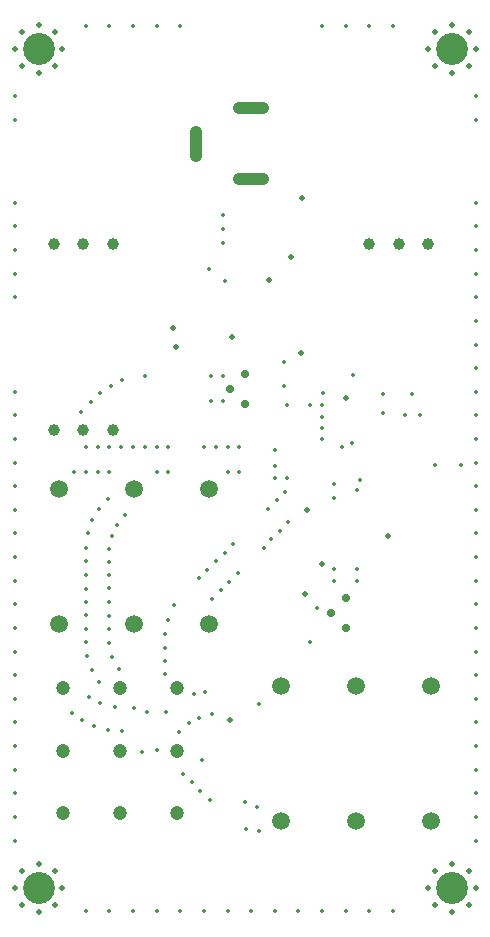
<source format=gbr>
%TF.GenerationSoftware,KiCad,Pcbnew,5.1.5-52549c5~84~ubuntu18.04.1*%
%TF.CreationDate,2019-11-30T23:42:39+01:00*%
%TF.ProjectId,clasicOverdrive,636c6173-6963-44f7-9665-726472697665,A*%
%TF.SameCoordinates,PX6708f40PY898d9f8*%
%TF.FileFunction,Plated,1,2,PTH,Mixed*%
%TF.FilePolarity,Positive*%
%FSLAX46Y46*%
G04 Gerber Fmt 4.6, Leading zero omitted, Abs format (unit mm)*
G04 Created by KiCad (PCBNEW 5.1.5-52549c5~84~ubuntu18.04.1) date 2019-11-30 23:42:39*
%MOMM*%
%LPD*%
G04 APERTURE LIST*
%TA.AperFunction,ViaDrill*%
%ADD10C,0.350000*%
%TD*%
%TA.AperFunction,ViaDrill*%
%ADD11C,0.500000*%
%TD*%
%TA.AperFunction,ComponentDrill*%
%ADD12C,0.500000*%
%TD*%
%TA.AperFunction,ComponentDrill*%
%ADD13C,0.700000*%
%TD*%
G04 aperture for slot hole*
%TA.AperFunction,ComponentDrill*%
%ADD14C,1.000000*%
%TD*%
%TA.AperFunction,ComponentDrill*%
%ADD15C,1.000000*%
%TD*%
%TA.AperFunction,ComponentDrill*%
%ADD16C,1.200000*%
%TD*%
%TA.AperFunction,ComponentDrill*%
%ADD17C,1.500000*%
%TD*%
%TA.AperFunction,ComponentDrill*%
%ADD18C,2.700000*%
%TD*%
G04 APERTURE END LIST*
D10*
X-2000000Y67000000D03*
X-2000000Y65000000D03*
X-2000000Y58000000D03*
X-2000000Y56000000D03*
X-2000000Y54000000D03*
X-2000000Y52000000D03*
X-2000000Y50000000D03*
X-2000000Y42000000D03*
X-2000000Y40000000D03*
X-2000000Y38000000D03*
X-2000000Y36000000D03*
X-2000000Y34000000D03*
X-2000000Y32000000D03*
X-2000000Y30000000D03*
X-2000000Y28000000D03*
X-2000000Y26000000D03*
X-2000000Y24000000D03*
X-2000000Y22000000D03*
X-2000000Y20000000D03*
X-2000000Y18000000D03*
X-2000000Y16000000D03*
X-2000000Y14000000D03*
X-2000000Y12000000D03*
X-2000000Y10000000D03*
X-2000000Y8000000D03*
X-2000000Y6000000D03*
X-2000000Y4000000D03*
X2830939Y14770570D03*
X3000000Y35200000D03*
X3600000Y40300000D03*
X3641657Y14168080D03*
X4000000Y73000000D03*
X4000000Y37300000D03*
X4000000Y35200000D03*
X4000000Y28800000D03*
X4000000Y27700000D03*
X4000000Y26500000D03*
X4000000Y25300000D03*
X4000000Y24200000D03*
X4000000Y23100000D03*
X4000000Y21900000D03*
X4000000Y20800000D03*
X4000000Y-2000000D03*
X4100000Y19600000D03*
X4200000Y30000000D03*
X4281797Y16161180D03*
X4400000Y41100000D03*
X4500000Y18400000D03*
X4560143Y31123141D03*
X4700000Y13700000D03*
X5000000Y37300000D03*
X5000000Y35200000D03*
X5100000Y17400000D03*
X5119857Y32063992D03*
X5160691Y15624657D03*
X5200000Y41900000D03*
X5842447Y32886663D03*
X5900000Y13400000D03*
X6000000Y73000000D03*
X6000000Y37300000D03*
X6000000Y35200000D03*
X6000000Y28700000D03*
X6000000Y27600000D03*
X6000000Y26500000D03*
X6000000Y25400000D03*
X6000000Y24200000D03*
X6000000Y23000000D03*
X6000000Y21900000D03*
X6000000Y20700000D03*
X6000000Y-2000000D03*
X6100000Y42500000D03*
X6175985Y29774085D03*
X6200000Y19500000D03*
X6500000Y15300000D03*
X6626369Y30726654D03*
X6800000Y18500000D03*
X7000000Y37300000D03*
X7100000Y43000000D03*
X7100000Y13300000D03*
X7312133Y31527921D03*
X8000000Y73000000D03*
X8000000Y37300000D03*
X8000000Y-2000000D03*
X8100000Y15200000D03*
X8800000Y11500000D03*
X9000000Y43300000D03*
X9000000Y37300000D03*
X9191932Y14871517D03*
X10000000Y73000000D03*
X10000000Y37300000D03*
X10000000Y35200000D03*
X10000000Y11700000D03*
X10000000Y-2000000D03*
X10700000Y21500000D03*
X10700000Y20300000D03*
X10700000Y19200000D03*
X10700000Y18100000D03*
X10783007Y14897223D03*
X11000000Y37300000D03*
X11000000Y35200000D03*
X11000000Y22700000D03*
X11500000Y23928941D03*
X11900000Y13200000D03*
X12000000Y73000000D03*
X12000000Y-2000000D03*
X12244074Y9641712D03*
X12706804Y13922565D03*
X12959249Y8926537D03*
X13200000Y16400000D03*
X13600000Y26200000D03*
X13602103Y14403458D03*
X13674424Y8211362D03*
X13856088Y10858126D03*
X14000000Y37300000D03*
X14000000Y-2000000D03*
X14100000Y16600000D03*
X14278355Y26892571D03*
X14400000Y52400000D03*
X14500000Y7400000D03*
X14600000Y43300000D03*
X14600000Y41200000D03*
X14693480Y24479268D03*
X14700000Y14700000D03*
X15000000Y37300000D03*
X15019263Y27633479D03*
X15410544Y25196332D03*
X15600000Y57000000D03*
X15600000Y55800000D03*
X15600000Y54600000D03*
X15600000Y43300000D03*
X15600000Y41200000D03*
X15760170Y28374386D03*
X15800000Y51400000D03*
X16000000Y37300000D03*
X16000000Y35200000D03*
X16000000Y-2000000D03*
X16127608Y25913396D03*
X16501078Y29115294D03*
X16844672Y26630460D03*
X17000000Y37300000D03*
X17000000Y35200000D03*
X17500000Y7300000D03*
X17600000Y5000000D03*
X18000000Y-2000000D03*
X18501197Y6840940D03*
X18700000Y15600000D03*
X18700000Y4800000D03*
X19100000Y28800000D03*
X19464708Y32078924D03*
X19712928Y29498716D03*
X20000000Y37100000D03*
X20000000Y35750000D03*
X20000000Y34700000D03*
X20000000Y-2000000D03*
X20205615Y32819831D03*
X20429992Y30215780D03*
X20800000Y44500000D03*
X20800000Y42500000D03*
X20900000Y33500000D03*
X21000000Y40900000D03*
X21000000Y34700000D03*
X21147056Y30932844D03*
X22000000Y-2000000D03*
X22950000Y20800000D03*
X23000000Y40900000D03*
X23550000Y23700000D03*
X24000000Y73000000D03*
X24000000Y40900000D03*
X24000000Y39900000D03*
X24000000Y38900000D03*
X24000000Y38000000D03*
X24000000Y-2000000D03*
X24100000Y41900000D03*
X25000000Y34200000D03*
X25000000Y33000000D03*
X25000000Y27000000D03*
X25000000Y26000000D03*
X25705769Y37350000D03*
X26000000Y73000000D03*
X26000000Y-2000000D03*
X26525000Y37700000D03*
X26600000Y43400000D03*
X27000000Y33700000D03*
X27000000Y27000000D03*
X27000000Y26000000D03*
X27250000Y34500000D03*
X28000000Y73000000D03*
X28000000Y-2000000D03*
X29200000Y41850000D03*
X29200000Y40200000D03*
X30000000Y73000000D03*
X30000000Y-2000000D03*
X31000000Y40000000D03*
X31600000Y41800000D03*
X32300000Y40000000D03*
X33600000Y35800000D03*
X35800000Y35800000D03*
X37000000Y67000000D03*
X37000000Y65000000D03*
X37000000Y58000000D03*
X37000000Y56000000D03*
X37000000Y54000000D03*
X37000000Y52000000D03*
X37000000Y50000000D03*
X37000000Y48000000D03*
X37000000Y46000000D03*
X37000000Y44000000D03*
X37000000Y42000000D03*
X37000000Y40000000D03*
X37000000Y38000000D03*
X37000000Y36000000D03*
X37000000Y34000000D03*
X37000000Y32000000D03*
X37000000Y30000000D03*
X37000000Y28000000D03*
X37000000Y26000000D03*
X37000000Y24000000D03*
X37000000Y22000000D03*
X37000000Y20000000D03*
X37000000Y18000000D03*
X37000000Y16000000D03*
X37000000Y14000000D03*
X37000000Y12000000D03*
X37000000Y10000000D03*
X37000000Y8000000D03*
X37000000Y6000000D03*
X37000000Y4000000D03*
D11*
X11400000Y47400000D03*
X11599990Y45750000D03*
X16200000Y14200000D03*
X16400000Y46600000D03*
X19500000Y51500000D03*
X21400000Y53400000D03*
X22250000Y45250000D03*
X22282500Y58392500D03*
X22600000Y24900000D03*
X22750000Y32000000D03*
X24000000Y27400000D03*
X26000000Y41500000D03*
X29600000Y29800000D03*
D12*
%TO.C,H4*%
X32975000Y0D03*
X33568109Y1431891D03*
X33568109Y-1431891D03*
X35000000Y2025000D03*
X35000000Y-2025000D03*
X36431891Y1431891D03*
X36431891Y-1431891D03*
X37025000Y0D03*
%TO.C,H2*%
X-2025000Y0D03*
X-1431891Y1431891D03*
X-1431891Y-1431891D03*
X0Y2025000D03*
X0Y-2025000D03*
X1431891Y1431891D03*
X1431891Y-1431891D03*
X2025000Y0D03*
%TO.C,H1*%
X-2025000Y71000000D03*
X-1431891Y72431891D03*
X-1431891Y69568109D03*
X0Y73025000D03*
X0Y68975000D03*
X1431891Y72431891D03*
X1431891Y69568109D03*
X2025000Y71000000D03*
%TO.C,H3*%
X32975000Y71000000D03*
X33568109Y72431891D03*
X33568109Y69568109D03*
X35000000Y73025000D03*
X35000000Y68975000D03*
X36431891Y72431891D03*
X36431891Y69568109D03*
X37025000Y71000000D03*
D13*
%TO.C,Q2*%
X16230000Y42230000D03*
X17500000Y43500000D03*
X17500000Y40960000D03*
%TO.C,Q1*%
X24730000Y23230000D03*
X26000000Y24500000D03*
X26000000Y21960000D03*
D14*
%TO.C,J1*%
X13300000Y62000000D02*
X13300000Y64000000D01*
X17000000Y66000000D02*
X19000000Y66000000D01*
X17000000Y60000000D02*
X19000000Y60000000D01*
D15*
%TO.C,RV1*%
X28000000Y54500000D03*
X30500000Y54500000D03*
X33000000Y54500000D03*
%TO.C,RV3*%
X1300000Y38800000D03*
X3800000Y38800000D03*
X6300000Y38800000D03*
%TO.C,RV2*%
X1300000Y54500000D03*
X3800000Y54500000D03*
X6300000Y54500000D03*
D16*
%TO.C,U1*%
X2100000Y16900000D03*
X2100000Y11600000D03*
X2100000Y6300000D03*
X6900000Y16900000D03*
X6900000Y11600000D03*
X6900000Y6300000D03*
X11700000Y16900000D03*
X11700000Y11600000D03*
X11700000Y6300000D03*
D17*
%TO.C,J3*%
X1750000Y33730000D03*
X1750000Y22300000D03*
X8100000Y33730000D03*
X8100000Y22300000D03*
X14450000Y33730000D03*
X14450000Y22300000D03*
%TO.C,J2*%
X20550000Y17100000D03*
X20550000Y5670000D03*
X26900000Y17100000D03*
X26900000Y5670000D03*
X33250000Y17100000D03*
X33250000Y5670000D03*
D18*
%TO.C,H4*%
X35000000Y0D03*
%TO.C,H2*%
X0Y0D03*
%TO.C,H1*%
X0Y71000000D03*
%TO.C,H3*%
X35000000Y71000000D03*
M02*

</source>
